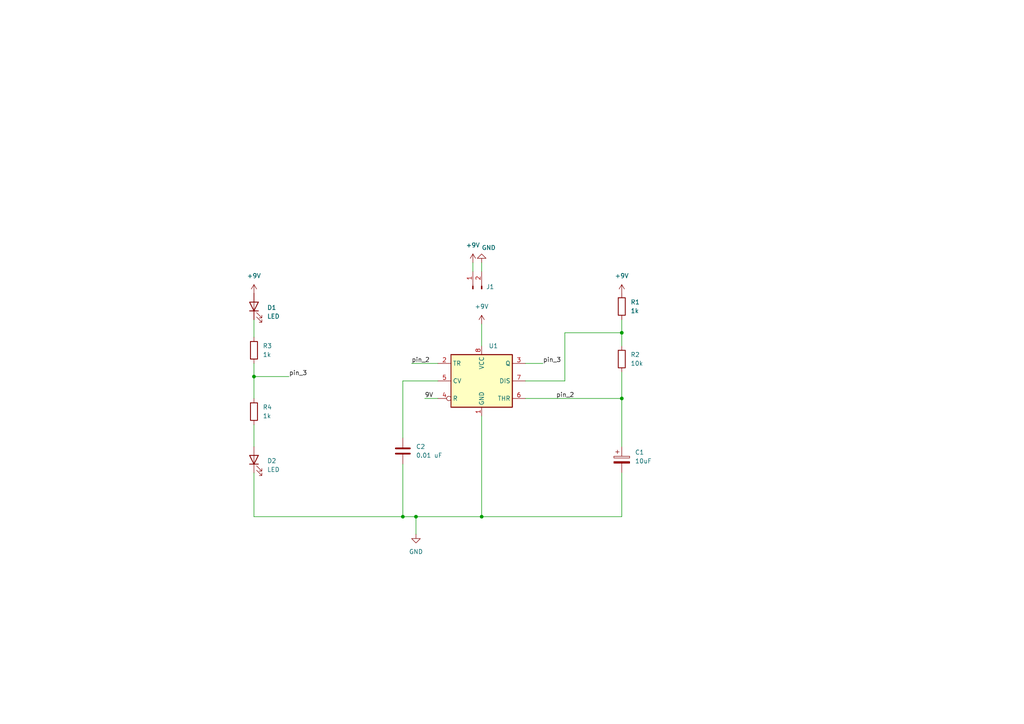
<source format=kicad_sch>
(kicad_sch (version 20211123) (generator eeschema)
  (paper "A4")
  (lib_symbols
    (symbol "Connector:Conn_01x02_Male" (pin_names (offset 1.016) hide)
      (property "Reference" "J" (at 0 2.54 0))
      (property "Value" "Conn_01x02_Male" (at 0 -5.08 0))
      (symbol "Conn_01x02_Male_1_1"
        (polyline (pts (xy 1.27 -2.54) (xy 0.8636 -2.54)) (stroke (width 0.1524)))
        (polyline (pts (xy 1.27 0) (xy 0.8636 0)) (stroke (width 0.1524)))
        (rectangle (start 0.8636 -2.413) (end 0 -2.667) (stroke (width 0.1524)) (fill (type outline)))
        (rectangle (start 0.8636 0.127) (end 0 -0.127) (stroke (width 0.1524)) (fill (type outline)))
        (pin passive line (at 5.08 0 180) (length 3.81) (name "Pin_1") (number "1"))
        (pin passive line (at 5.08 -2.54 180) (length 3.81) (name "Pin_2") (number "2"))
      )
    )
    (symbol "Device:C" (pin_numbers hide) (pin_names (offset 0.254))
      (property "Reference" "C" (at 0.635 2.54 0))
      (property "Value" "C" (at 0.635 -2.54 0))
      (symbol "C_0_1"
        (polyline (pts (xy -2.032 -0.762) (xy 2.032 -0.762)) (stroke (width 0.508)))
        (polyline (pts (xy -2.032 0.762) (xy 2.032 0.762)) (stroke (width 0.508)))
      )
      (symbol "C_1_1"
        (pin passive line (at 0 3.81 270) (length 2.794) (name "~") (number "1"))
        (pin passive line (at 0 -3.81 90) (length 2.794) (name "~") (number "2"))
      )
    )
    (symbol "Device:C_Polarized" (pin_numbers hide) (pin_names (offset 0.254))
      (property "Reference" "C" (at 0.635 2.54 0))
      (property "Value" "C_Polarized" (at 0.635 -2.54 0))
      (symbol "C_Polarized_0_1"
        (rectangle (start -2.286 0.508) (end 2.286 1.016))
        (polyline (pts (xy -1.778 2.286) (xy -0.762 2.286)))
        (polyline (pts (xy -1.27 2.794) (xy -1.27 1.778)))
        (rectangle (start 2.286 -0.508) (end -2.286 -1.016) (fill (type outline)))
      )
      (symbol "C_Polarized_1_1"
        (pin passive line (at 0 3.81 270) (length 2.794) (name "~") (number "1"))
        (pin passive line (at 0 -3.81 90) (length 2.794) (name "~") (number "2"))
      )
    )
    (symbol "Device:LED" (pin_numbers hide) (pin_names (offset 1.016) hide)
      (property "Reference" "D" (at 0 2.54 0))
      (property "Value" "LED" (at 0 -2.54 0))
      (symbol "LED_0_1"
        (polyline (pts (xy -1.27 -1.27) (xy -1.27 1.27)) (stroke (width 0.254)))
        (polyline (pts (xy -1.27 0) (xy 1.27 0)))
        (polyline (pts (xy 1.27 -1.27) (xy 1.27 1.27) (xy -1.27 0) (xy 1.27 -1.27)) (stroke (width 0.254)))
        (polyline (pts (xy -3.048 -0.762) (xy -4.572 -2.286) (xy -3.81 -2.286) (xy -4.572 -2.286) (xy -4.572 -1.524)))
        (polyline (pts (xy -1.778 -0.762) (xy -3.302 -2.286) (xy -2.54 -2.286) (xy -3.302 -2.286) (xy -3.302 -1.524)))
      )
      (symbol "LED_1_1"
        (pin passive line (at -3.81 0 0) (length 2.54) (name "K") (number "1"))
        (pin passive line (at 3.81 0 180) (length 2.54) (name "A") (number "2"))
      )
    )
    (symbol "Device:R" (pin_numbers hide) (pin_names (offset 0))
      (property "Reference" "R" (at 2.032 0 90))
      (property "Value" "R" (at 0 0 90))
      (symbol "R_0_1"
        (rectangle (start -1.016 -2.54) (end 1.016 2.54) (stroke (width 0.254)))
      )
      (symbol "R_1_1"
        (pin passive line (at 0 3.81 270) (length 1.27) (name "~") (number "1"))
        (pin passive line (at 0 -3.81 90) (length 1.27) (name "~") (number "2"))
      )
    )
    (symbol "Timer:NE555D"
      (property "Reference" "U" (at -10.16 8.89 0))
      (property "Value" "NE555D" (at 2.54 8.89 0))
      (symbol "NE555D_0_0"
        (pin power_in line (at 0 -10.16 90) (length 2.54) (name "GND") (number "1"))
        (pin power_in line (at 0 10.16 270) (length 2.54) (name "VCC") (number "8"))
      )
      (symbol "NE555D_0_1"
        (rectangle (start -8.89 -7.62) (end 8.89 7.62) (stroke (width 0.254)) (fill (type background)))
        (rectangle (start -8.89 -7.62) (end 8.89 7.62) (stroke (width 0.254)) (fill (type background)))
      )
      (symbol "NE555D_1_1"
        (pin input line (at -12.7 5.08 0) (length 3.81) (name "TR") (number "2"))
        (pin output line (at 12.7 5.08 180) (length 3.81) (name "Q") (number "3"))
        (pin input inverted (at -12.7 -5.08 0) (length 3.81) (name "R") (number "4"))
        (pin input line (at -12.7 0 0) (length 3.81) (name "CV") (number "5"))
        (pin input line (at 12.7 -5.08 180) (length 3.81) (name "THR") (number "6"))
        (pin input line (at 12.7 0 180) (length 3.81) (name "DIS") (number "7"))
      )
    )
    (symbol "power:+9V" (power) (pin_names (offset 0))
      (property "Value" "+9V" (at 0 3.556 0))
      (symbol "+9V_0_1"
        (polyline (pts (xy -0.762 1.27) (xy 0 2.54)))
        (polyline (pts (xy 0 0) (xy 0 2.54)))
        (polyline (pts (xy 0 2.54) (xy 0.762 1.27)))
      )
      (symbol "+9V_1_1"
        (pin power_in line (at 0 0 90) (length 0) hide (name "+9V") (number "1"))
      )
    )
    (symbol "power:GND" (power) (pin_names (offset 0))
      (property "Value" "GND" (at 0 -3.81 0))
      (symbol "GND_0_1"
        (polyline (pts (xy 0 0) (xy 0 -1.27) (xy 1.27 -1.27) (xy 0 -2.54) (xy -1.27 -1.27) (xy 0 -1.27)))
      )
      (symbol "GND_1_1"
        (pin power_in line (at 0 0 270) (length 0) hide (name "GND") (number "1"))
      )
    )
  )
  (junction (at 180.34 115.57))
  (junction (at 180.34 96.52))
  (junction (at 139.7 149.86))
  (junction (at 116.84 149.86))
  (junction (at 73.66 109.22))
  (junction (at 120.65 149.86))
  (wire (pts (xy 120.65 154.94) (xy 120.65 149.86)))
  (wire (pts (xy 73.66 105.41) (xy 73.66 109.22)))
  (wire (pts (xy 137.16 76.2) (xy 137.16 78.74)))
  (wire (pts (xy 180.34 137.16) (xy 180.34 149.86)))
  (wire (pts (xy 152.4 110.49) (xy 163.83 110.49)))
  (wire (pts (xy 139.7 149.86) (xy 120.65 149.86)))
  (wire (pts (xy 180.34 149.86) (xy 139.7 149.86)))
  (wire (pts (xy 139.7 93.98) (xy 139.7 100.33)))
  (wire (pts (xy 73.66 137.16) (xy 73.66 149.86)))
  (wire (pts (xy 180.34 107.95) (xy 180.34 115.57)))
  (wire (pts (xy 73.66 92.71) (xy 73.66 97.79)))
  (wire (pts (xy 139.7 120.65) (xy 139.7 149.86)))
  (wire (pts (xy 116.84 110.49) (xy 116.84 127)))
  (wire (pts (xy 139.7 76.2) (xy 139.7 78.74)))
  (wire (pts (xy 152.4 115.57) (xy 180.34 115.57)))
  (wire (pts (xy 127 110.49) (xy 116.84 110.49)))
  (wire (pts (xy 163.83 96.52) (xy 180.34 96.52)))
  (wire (pts (xy 119.38 105.41) (xy 127 105.41)))
  (wire (pts (xy 123.19 115.57) (xy 127 115.57)))
  (wire (pts (xy 180.34 96.52) (xy 180.34 100.33)))
  (wire (pts (xy 163.83 110.49) (xy 163.83 96.52)))
  (wire (pts (xy 73.66 123.19) (xy 73.66 129.54)))
  (wire (pts (xy 116.84 149.86) (xy 120.65 149.86)))
  (wire (pts (xy 180.34 92.71) (xy 180.34 96.52)))
  (wire (pts (xy 180.34 115.57) (xy 180.34 129.54)))
  (wire (pts (xy 116.84 134.62) (xy 116.84 149.86)))
  (wire (pts (xy 73.66 149.86) (xy 116.84 149.86)))
  (wire (pts (xy 73.66 109.22) (xy 83.82 109.22)))
  (wire (pts (xy 152.4 105.41) (xy 157.48 105.41)))
  (wire (pts (xy 73.66 109.22) (xy 73.66 115.57)))
  (label "9V" (at 123.19 115.57 0))
  (label "pin_3" (at 157.48 105.41 0))
  (label "pin_3" (at 83.82 109.22 0))
  (label "pin_2" (at 119.38 105.41 0))
  (label "pin_2" (at 161.29 115.57 0))
  (symbol (lib_id "power:GND") (at 120.65 154.94 0) (unit 1)
    (property "Reference" "#PWR01" (effects hide))
    (property "Value" "GND" (at 120.65 160.02 0))
  )
  (symbol (lib_id "Device:LED") (at 73.66 133.35 90) (unit 1)
    (property "Reference" "D2" (at 77.47 133.6674 90) (effects (justify right)))
    (property "Value" "LED" (at 77.47 136.2074 90) (effects (justify right)))
  )
  (symbol (lib_id "power:GND") (at 139.7 76.2 180) (unit 1)
    (property "Reference" "#PWR?" (effects hide))
    (property "Value" "GND" (at 139.7 71.12 0) (effects (justify right bottom)))
  )
  (symbol (lib_id "Device:C_Polarized") (at 180.34 133.35 0) (unit 1)
    (property "Reference" "C1" (at 184.15 131.1909 0) (effects (justify left)))
    (property "Value" "10uF" (at 184.15 133.7309 0) (effects (justify left)))
  )
  (symbol (lib_id "power:+9V") (at 180.34 85.09 0) (unit 1)
    (property "Reference" "#PWR?" (effects hide))
    (property "Value" "+9V" (at 180.34 80.01 0))
  )
  (symbol (lib_id "Device:R") (at 73.66 119.38 0) (unit 1)
    (property "Reference" "R4" (at 76.2 118.1099 0) (effects (justify left)))
    (property "Value" "1k" (at 76.2 120.6499 0) (effects (justify left)))
  )
  (symbol (lib_id "power:+9V") (at 139.7 93.98 0) (unit 1)
    (property "Reference" "#PWR?" (effects hide))
    (property "Value" "+9V" (at 139.7 88.9 0))
  )
  (symbol (lib_id "power:+9V") (at 137.16 76.2 0) (unit 1)
    (property "Reference" "#PWR?" (effects hide))
    (property "Value" "+9V" (at 137.16 71.12 0))
  )
  (symbol (lib_id "Device:R") (at 180.34 104.14 0) (unit 1)
    (property "Reference" "R2" (at 182.88 102.8699 0) (effects (justify left)))
    (property "Value" "10k" (at 182.88 105.4099 0) (effects (justify left)))
  )
  (symbol (lib_id "Connector:Conn_01x02_Male") (at 137.16 83.82 90) (unit 1)
    (property "Reference" "J1" (at 140.97 83.1849 90) (effects (justify right)))
    (property "Value" "+9V" (effects hide))
  )
  (symbol (lib_id "Device:C") (at 116.84 130.81 0) (unit 1)
    (property "Reference" "C2" (at 120.65 129.5399 0) (effects (justify left)))
    (property "Value" "0.01 uF" (at 120.65 132.0799 0) (effects (justify left)))
  )
  (symbol (lib_id "Device:R") (at 180.34 88.9 0) (unit 1)
    (property "Reference" "R1" (at 182.88 87.6299 0) (effects (justify left)))
    (property "Value" "1k" (at 182.88 90.1699 0) (effects (justify left)))
  )
  (symbol (lib_id "Device:LED") (at 73.66 88.9 90) (unit 1)
    (property "Reference" "D1" (at 77.47 89.2174 90) (effects (justify right)))
    (property "Value" "LED" (at 77.47 91.7574 90) (effects (justify right)))
  )
  (symbol (lib_id "Timer:NE555D") (at 139.7 110.49 0) (unit 1)
    (property "Reference" "U1" (at 141.7194 100.33 0) (effects (justify left)))
    (property "Value" "NE555D" (effects hide))
    (property "Footprint" "Package_SO:SOIC-8_3.9x4.9mm_P1.27mm" (effects hide))
    (property "Datasheet" "http://www.ti.com/lit/ds/symlink/ne555.pdf" (effects hide))
  )
  (symbol (lib_id "Device:R") (at 73.66 101.6 0) (unit 1)
    (property "Reference" "R3" (at 76.2 100.3299 0) (effects (justify left)))
    (property "Value" "1k" (at 76.2 102.8699 0) (effects (justify left)))
  )
  (symbol (lib_id "power:+9V") (at 73.66 85.09 0) (unit 1)
    (property "Reference" "#PWR?" (effects hide))
    (property "Value" "+9V" (at 73.66 80.01 0))
  )
)
</source>
